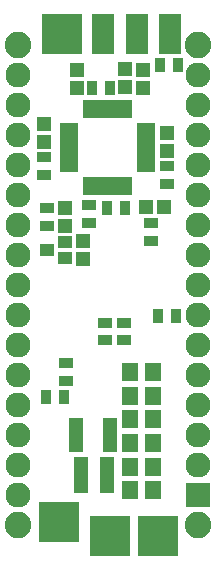
<source format=gts>
G04 #@! TF.GenerationSoftware,KiCad,Pcbnew,(5.0.0-3-g5ebb6b6)*
G04 #@! TF.CreationDate,2018-09-03T19:30:42+02:00*
G04 #@! TF.ProjectId,Nano_Lambda,4E616E6F5F4C616D6264612E6B696361,rev?*
G04 #@! TF.SameCoordinates,Original*
G04 #@! TF.FileFunction,Soldermask,Top*
G04 #@! TF.FilePolarity,Negative*
%FSLAX46Y46*%
G04 Gerber Fmt 4.6, Leading zero omitted, Abs format (unit mm)*
G04 Created by KiCad (PCBNEW (5.0.0-3-g5ebb6b6)) date Monday, 03 September 2018 at 19:30:42*
%MOMM*%
%LPD*%
G01*
G04 APERTURE LIST*
%ADD10C,2.127200*%
%ADD11R,2.127200X2.127200*%
%ADD12C,2.250000*%
%ADD13R,1.150000X1.200000*%
%ADD14R,1.200000X1.150000*%
%ADD15R,1.200000X1.000000*%
%ADD16R,0.900000X1.300000*%
%ADD17R,1.300000X0.900000*%
%ADD18R,1.600000X0.680000*%
%ADD19R,0.680000X1.600000*%
%ADD20R,3.400000X3.400000*%
%ADD21R,1.900000X3.400000*%
%ADD22R,1.300000X2.900000*%
%ADD23R,1.200000X3.100000*%
%ADD24R,1.400000X1.650000*%
G04 APERTURE END LIST*
D10*
G04 #@! TO.C,XA1*
X163690000Y-97500000D03*
X163690000Y-94960000D03*
X163690000Y-92420000D03*
X163690000Y-89880000D03*
X163690000Y-87340000D03*
X163690000Y-84800000D03*
X163690000Y-82260000D03*
X163690000Y-79720000D03*
X163690000Y-77180000D03*
X163690000Y-74640000D03*
X163690000Y-72100000D03*
X163690000Y-69560000D03*
X163690000Y-67020000D03*
X163690000Y-64480000D03*
X163690000Y-61940000D03*
X178930000Y-61940000D03*
X178930000Y-64480000D03*
X178930000Y-67020000D03*
X178930000Y-69560000D03*
X178930000Y-72100000D03*
X178930000Y-74640000D03*
X178930000Y-77180000D03*
X178930000Y-79720000D03*
X178930000Y-82260000D03*
X178930000Y-84800000D03*
X178930000Y-87340000D03*
X178930000Y-89880000D03*
X178930000Y-92420000D03*
X178930000Y-94960000D03*
D11*
X178930000Y-97500000D03*
D12*
X178930000Y-100040000D03*
X163690000Y-100040000D03*
X178930000Y-59400000D03*
X163690000Y-59400000D03*
G04 #@! TD*
D13*
G04 #@! TO.C,C1*
X165862000Y-67540000D03*
X165862000Y-66040000D03*
G04 #@! TD*
G04 #@! TO.C,C2*
X167640000Y-74664000D03*
X167640000Y-73164000D03*
G04 #@! TD*
D14*
G04 #@! TO.C,C4*
X174500000Y-73120000D03*
X176000000Y-73120000D03*
G04 #@! TD*
D13*
G04 #@! TO.C,C6*
X169164000Y-77458000D03*
X169164000Y-75958000D03*
G04 #@! TD*
G04 #@! TO.C,C9*
X168656000Y-62980000D03*
X168656000Y-61480000D03*
G04 #@! TD*
G04 #@! TO.C,C10*
X176276000Y-66814000D03*
X176276000Y-68314000D03*
G04 #@! TD*
D15*
G04 #@! TO.C,D1*
X166070000Y-76710000D03*
X167670000Y-77360000D03*
X167670000Y-76060000D03*
G04 #@! TD*
D16*
G04 #@! TO.C,R4*
X171208000Y-73152000D03*
X172708000Y-73152000D03*
G04 #@! TD*
D17*
G04 #@! TO.C,R6*
X166090000Y-73164000D03*
X166090000Y-74664000D03*
G04 #@! TD*
G04 #@! TO.C,R7*
X169672000Y-72910000D03*
X169672000Y-74410000D03*
G04 #@! TD*
D16*
G04 #@! TO.C,R11*
X171438000Y-62992000D03*
X169938000Y-62992000D03*
G04 #@! TD*
D17*
G04 #@! TO.C,R12*
X171040000Y-82870000D03*
X171040000Y-84370000D03*
G04 #@! TD*
G04 #@! TO.C,R13*
X172643800Y-84366800D03*
X172643800Y-82866800D03*
G04 #@! TD*
G04 #@! TO.C,R14*
X174940000Y-74440000D03*
X174940000Y-75940000D03*
G04 #@! TD*
G04 #@! TO.C,R15*
X176276000Y-69608000D03*
X176276000Y-71108000D03*
G04 #@! TD*
G04 #@! TO.C,R16*
X165862000Y-70346000D03*
X165862000Y-68846000D03*
G04 #@! TD*
G04 #@! TO.C,R20*
X167700000Y-86330000D03*
X167700000Y-87830000D03*
G04 #@! TD*
D16*
G04 #@! TO.C,R21*
X166050000Y-89200000D03*
X167550000Y-89200000D03*
G04 #@! TD*
G04 #@! TO.C,R22*
X177160000Y-61060000D03*
X175660000Y-61060000D03*
G04 #@! TD*
G04 #@! TO.C,R23*
X175526000Y-82296000D03*
X177026000Y-82296000D03*
G04 #@! TD*
D18*
G04 #@! TO.C,U1*
X167998000Y-69802000D03*
X167998000Y-69302000D03*
X167998000Y-68802000D03*
X167998000Y-68302000D03*
X167998000Y-67802000D03*
X167998000Y-67302000D03*
X167998000Y-66802000D03*
X167998000Y-66302000D03*
D19*
X169498000Y-64802000D03*
X169998000Y-64802000D03*
X170498000Y-64802000D03*
X170998000Y-64802000D03*
X171498000Y-64802000D03*
X171998000Y-64802000D03*
X172498000Y-64802000D03*
X172998000Y-64802000D03*
D18*
X174498000Y-66302000D03*
X174498000Y-66802000D03*
X174498000Y-67302000D03*
X174498000Y-67802000D03*
X174498000Y-68302000D03*
X174498000Y-68802000D03*
X174498000Y-69302000D03*
X174498000Y-69802000D03*
D19*
X172998000Y-71302000D03*
X172498000Y-71302000D03*
X171998000Y-71302000D03*
X171498000Y-71302000D03*
X170998000Y-71302000D03*
X170498000Y-71302000D03*
X169998000Y-71302000D03*
X169498000Y-71302000D03*
G04 #@! TD*
D20*
G04 #@! TO.C,J3*
X171450000Y-100965000D03*
G04 #@! TD*
G04 #@! TO.C,J1*
X167386000Y-58420000D03*
G04 #@! TD*
G04 #@! TO.C,J5*
X175514000Y-100965000D03*
G04 #@! TD*
G04 #@! TO.C,J8*
X167132000Y-99720400D03*
G04 #@! TD*
D21*
G04 #@! TO.C,J9*
X176530000Y-58420000D03*
G04 #@! TD*
G04 #@! TO.C,J11*
X173736000Y-58420000D03*
G04 #@! TD*
G04 #@! TO.C,J14*
X170815000Y-58420000D03*
G04 #@! TD*
D22*
G04 #@! TO.C,RV1*
X168550000Y-92405200D03*
X171450000Y-92405200D03*
G04 #@! TD*
D23*
G04 #@! TO.C,L1*
X171178400Y-95808800D03*
X168978400Y-95808800D03*
G04 #@! TD*
D13*
G04 #@! TO.C,C13*
X174270000Y-62980000D03*
X174270000Y-61480000D03*
G04 #@! TD*
G04 #@! TO.C,C14*
X172750000Y-61430000D03*
X172750000Y-62930000D03*
G04 #@! TD*
D24*
G04 #@! TO.C,C15*
X175110000Y-95060000D03*
X173110000Y-95060000D03*
G04 #@! TD*
G04 #@! TO.C,C16*
X173110000Y-91060000D03*
X175110000Y-91060000D03*
G04 #@! TD*
G04 #@! TO.C,C17*
X175110000Y-89060000D03*
X173110000Y-89060000D03*
G04 #@! TD*
G04 #@! TO.C,C18*
X173110000Y-87060000D03*
X175110000Y-87060000D03*
G04 #@! TD*
G04 #@! TO.C,C19*
X175110000Y-97060000D03*
X173110000Y-97060000D03*
G04 #@! TD*
G04 #@! TO.C,C20*
X173110000Y-93060000D03*
X175110000Y-93060000D03*
G04 #@! TD*
M02*

</source>
